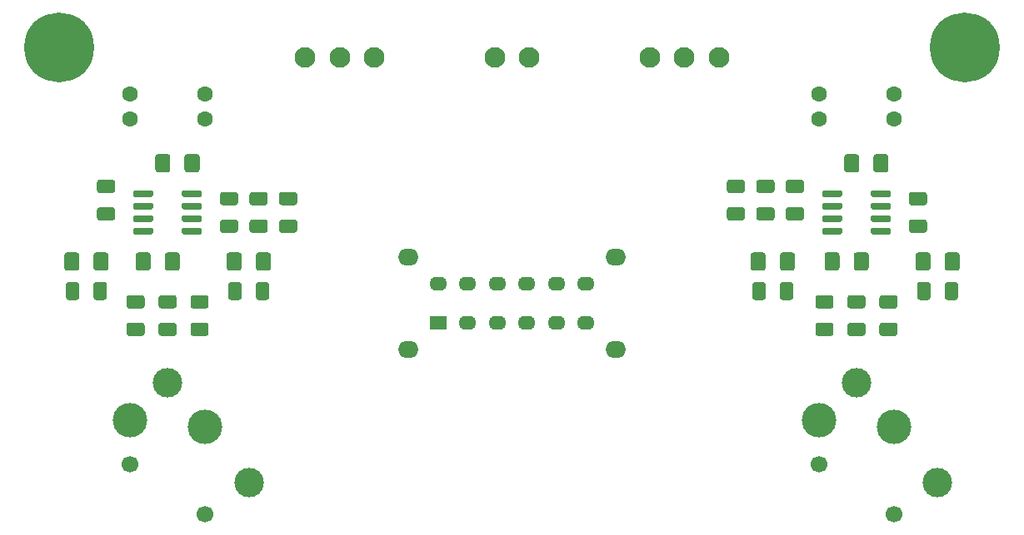
<source format=gbr>
%TF.GenerationSoftware,KiCad,Pcbnew,(5.1.6-0)*%
%TF.CreationDate,2024-01-20T12:42:55-08:00*%
%TF.ProjectId,input_buffer_bal_XLR_SMD_1206,696e7075-745f-4627-9566-6665725f6261,rev?*%
%TF.SameCoordinates,Original*%
%TF.FileFunction,Soldermask,Top*%
%TF.FilePolarity,Negative*%
%FSLAX46Y46*%
G04 Gerber Fmt 4.6, Leading zero omitted, Abs format (unit mm)*
G04 Created by KiCad (PCBNEW (5.1.6-0)) date 2024-01-20 12:42:55*
%MOMM*%
%LPD*%
G01*
G04 APERTURE LIST*
%ADD10O,1.800000X1.400000*%
%ADD11O,2.100000X1.700000*%
%ADD12R,1.800000X1.400000*%
%ADD13C,1.600000*%
%ADD14C,2.100000*%
%ADD15C,3.000000*%
%ADD16C,1.700000*%
%ADD17C,3.500000*%
%ADD18C,0.900000*%
%ADD19C,7.100000*%
G04 APERTURE END LIST*
D10*
%TO.C,SW1*%
X132500000Y-132000000D03*
X129500000Y-132000000D03*
X126500000Y-132000000D03*
X123500000Y-132000000D03*
X120500000Y-132000000D03*
X132500000Y-128000000D03*
X129500000Y-128000000D03*
X126500000Y-128000000D03*
X123500000Y-128000000D03*
X120500000Y-128000000D03*
D11*
X114500000Y-134700000D03*
X135500000Y-134700000D03*
X135500000Y-125300000D03*
X114500000Y-125300000D03*
D10*
X117500000Y-128000000D03*
D12*
X117500000Y-132000000D03*
%TD*%
D13*
%TO.C,SW3*%
X156190000Y-111270000D03*
X156190000Y-108730000D03*
X163810000Y-111270000D03*
X163810000Y-108730000D03*
%TD*%
%TO.C,SW2*%
X93810000Y-108730000D03*
X93810000Y-111270000D03*
X86190000Y-108730000D03*
X86190000Y-111270000D03*
%TD*%
%TO.C,R18*%
G36*
G01*
X148405000Y-118775000D02*
X147095000Y-118775000D01*
G75*
G02*
X146825000Y-118505000I0J270000D01*
G01*
X146825000Y-117695000D01*
G75*
G02*
X147095000Y-117425000I270000J0D01*
G01*
X148405000Y-117425000D01*
G75*
G02*
X148675000Y-117695000I0J-270000D01*
G01*
X148675000Y-118505000D01*
G75*
G02*
X148405000Y-118775000I-270000J0D01*
G01*
G37*
G36*
G01*
X148405000Y-121575000D02*
X147095000Y-121575000D01*
G75*
G02*
X146825000Y-121305000I0J270000D01*
G01*
X146825000Y-120495000D01*
G75*
G02*
X147095000Y-120225000I270000J0D01*
G01*
X148405000Y-120225000D01*
G75*
G02*
X148675000Y-120495000I0J-270000D01*
G01*
X148675000Y-121305000D01*
G75*
G02*
X148405000Y-121575000I-270000J0D01*
G01*
G37*
%TD*%
%TO.C,R17*%
G36*
G01*
X151405000Y-118775000D02*
X150095000Y-118775000D01*
G75*
G02*
X149825000Y-118505000I0J270000D01*
G01*
X149825000Y-117695000D01*
G75*
G02*
X150095000Y-117425000I270000J0D01*
G01*
X151405000Y-117425000D01*
G75*
G02*
X151675000Y-117695000I0J-270000D01*
G01*
X151675000Y-118505000D01*
G75*
G02*
X151405000Y-118775000I-270000J0D01*
G01*
G37*
G36*
G01*
X151405000Y-121575000D02*
X150095000Y-121575000D01*
G75*
G02*
X149825000Y-121305000I0J270000D01*
G01*
X149825000Y-120495000D01*
G75*
G02*
X150095000Y-120225000I270000J0D01*
G01*
X151405000Y-120225000D01*
G75*
G02*
X151675000Y-120495000I0J-270000D01*
G01*
X151675000Y-121305000D01*
G75*
G02*
X151405000Y-121575000I-270000J0D01*
G01*
G37*
%TD*%
%TO.C,R16*%
G36*
G01*
X99905000Y-120025000D02*
X98595000Y-120025000D01*
G75*
G02*
X98325000Y-119755000I0J270000D01*
G01*
X98325000Y-118945000D01*
G75*
G02*
X98595000Y-118675000I270000J0D01*
G01*
X99905000Y-118675000D01*
G75*
G02*
X100175000Y-118945000I0J-270000D01*
G01*
X100175000Y-119755000D01*
G75*
G02*
X99905000Y-120025000I-270000J0D01*
G01*
G37*
G36*
G01*
X99905000Y-122825000D02*
X98595000Y-122825000D01*
G75*
G02*
X98325000Y-122555000I0J270000D01*
G01*
X98325000Y-121745000D01*
G75*
G02*
X98595000Y-121475000I270000J0D01*
G01*
X99905000Y-121475000D01*
G75*
G02*
X100175000Y-121745000I0J-270000D01*
G01*
X100175000Y-122555000D01*
G75*
G02*
X99905000Y-122825000I-270000J0D01*
G01*
G37*
%TD*%
%TO.C,R15*%
G36*
G01*
X102905000Y-120025000D02*
X101595000Y-120025000D01*
G75*
G02*
X101325000Y-119755000I0J270000D01*
G01*
X101325000Y-118945000D01*
G75*
G02*
X101595000Y-118675000I270000J0D01*
G01*
X102905000Y-118675000D01*
G75*
G02*
X103175000Y-118945000I0J-270000D01*
G01*
X103175000Y-119755000D01*
G75*
G02*
X102905000Y-120025000I-270000J0D01*
G01*
G37*
G36*
G01*
X102905000Y-122825000D02*
X101595000Y-122825000D01*
G75*
G02*
X101325000Y-122555000I0J270000D01*
G01*
X101325000Y-121745000D01*
G75*
G02*
X101595000Y-121475000I270000J0D01*
G01*
X102905000Y-121475000D01*
G75*
G02*
X103175000Y-121745000I0J-270000D01*
G01*
X103175000Y-122555000D01*
G75*
G02*
X102905000Y-122825000I-270000J0D01*
G01*
G37*
%TD*%
D14*
%TO.C,J6*%
X139000000Y-105000000D03*
X142500000Y-105000000D03*
X146000000Y-105000000D03*
%TD*%
%TO.C,U2*%
G36*
G01*
X161450000Y-119020000D02*
X161450000Y-118670000D01*
G75*
G02*
X161625000Y-118495000I175000J0D01*
G01*
X163325000Y-118495000D01*
G75*
G02*
X163500000Y-118670000I0J-175000D01*
G01*
X163500000Y-119020000D01*
G75*
G02*
X163325000Y-119195000I-175000J0D01*
G01*
X161625000Y-119195000D01*
G75*
G02*
X161450000Y-119020000I0J175000D01*
G01*
G37*
G36*
G01*
X161450000Y-120290000D02*
X161450000Y-119940000D01*
G75*
G02*
X161625000Y-119765000I175000J0D01*
G01*
X163325000Y-119765000D01*
G75*
G02*
X163500000Y-119940000I0J-175000D01*
G01*
X163500000Y-120290000D01*
G75*
G02*
X163325000Y-120465000I-175000J0D01*
G01*
X161625000Y-120465000D01*
G75*
G02*
X161450000Y-120290000I0J175000D01*
G01*
G37*
G36*
G01*
X161450000Y-121560000D02*
X161450000Y-121210000D01*
G75*
G02*
X161625000Y-121035000I175000J0D01*
G01*
X163325000Y-121035000D01*
G75*
G02*
X163500000Y-121210000I0J-175000D01*
G01*
X163500000Y-121560000D01*
G75*
G02*
X163325000Y-121735000I-175000J0D01*
G01*
X161625000Y-121735000D01*
G75*
G02*
X161450000Y-121560000I0J175000D01*
G01*
G37*
G36*
G01*
X161450000Y-122830000D02*
X161450000Y-122480000D01*
G75*
G02*
X161625000Y-122305000I175000J0D01*
G01*
X163325000Y-122305000D01*
G75*
G02*
X163500000Y-122480000I0J-175000D01*
G01*
X163500000Y-122830000D01*
G75*
G02*
X163325000Y-123005000I-175000J0D01*
G01*
X161625000Y-123005000D01*
G75*
G02*
X161450000Y-122830000I0J175000D01*
G01*
G37*
G36*
G01*
X156500000Y-122830000D02*
X156500000Y-122480000D01*
G75*
G02*
X156675000Y-122305000I175000J0D01*
G01*
X158375000Y-122305000D01*
G75*
G02*
X158550000Y-122480000I0J-175000D01*
G01*
X158550000Y-122830000D01*
G75*
G02*
X158375000Y-123005000I-175000J0D01*
G01*
X156675000Y-123005000D01*
G75*
G02*
X156500000Y-122830000I0J175000D01*
G01*
G37*
G36*
G01*
X156500000Y-121560000D02*
X156500000Y-121210000D01*
G75*
G02*
X156675000Y-121035000I175000J0D01*
G01*
X158375000Y-121035000D01*
G75*
G02*
X158550000Y-121210000I0J-175000D01*
G01*
X158550000Y-121560000D01*
G75*
G02*
X158375000Y-121735000I-175000J0D01*
G01*
X156675000Y-121735000D01*
G75*
G02*
X156500000Y-121560000I0J175000D01*
G01*
G37*
G36*
G01*
X156500000Y-120290000D02*
X156500000Y-119940000D01*
G75*
G02*
X156675000Y-119765000I175000J0D01*
G01*
X158375000Y-119765000D01*
G75*
G02*
X158550000Y-119940000I0J-175000D01*
G01*
X158550000Y-120290000D01*
G75*
G02*
X158375000Y-120465000I-175000J0D01*
G01*
X156675000Y-120465000D01*
G75*
G02*
X156500000Y-120290000I0J175000D01*
G01*
G37*
G36*
G01*
X156500000Y-119020000D02*
X156500000Y-118670000D01*
G75*
G02*
X156675000Y-118495000I175000J0D01*
G01*
X158375000Y-118495000D01*
G75*
G02*
X158550000Y-118670000I0J-175000D01*
G01*
X158550000Y-119020000D01*
G75*
G02*
X158375000Y-119195000I-175000J0D01*
G01*
X156675000Y-119195000D01*
G75*
G02*
X156500000Y-119020000I0J175000D01*
G01*
G37*
%TD*%
%TO.C,R14*%
G36*
G01*
X153095000Y-120225000D02*
X154405000Y-120225000D01*
G75*
G02*
X154675000Y-120495000I0J-270000D01*
G01*
X154675000Y-121305000D01*
G75*
G02*
X154405000Y-121575000I-270000J0D01*
G01*
X153095000Y-121575000D01*
G75*
G02*
X152825000Y-121305000I0J270000D01*
G01*
X152825000Y-120495000D01*
G75*
G02*
X153095000Y-120225000I270000J0D01*
G01*
G37*
G36*
G01*
X153095000Y-117425000D02*
X154405000Y-117425000D01*
G75*
G02*
X154675000Y-117695000I0J-270000D01*
G01*
X154675000Y-118505000D01*
G75*
G02*
X154405000Y-118775000I-270000J0D01*
G01*
X153095000Y-118775000D01*
G75*
G02*
X152825000Y-118505000I0J270000D01*
G01*
X152825000Y-117695000D01*
G75*
G02*
X153095000Y-117425000I270000J0D01*
G01*
G37*
%TD*%
%TO.C,R13*%
G36*
G01*
X165595000Y-121475000D02*
X166905000Y-121475000D01*
G75*
G02*
X167175000Y-121745000I0J-270000D01*
G01*
X167175000Y-122555000D01*
G75*
G02*
X166905000Y-122825000I-270000J0D01*
G01*
X165595000Y-122825000D01*
G75*
G02*
X165325000Y-122555000I0J270000D01*
G01*
X165325000Y-121745000D01*
G75*
G02*
X165595000Y-121475000I270000J0D01*
G01*
G37*
G36*
G01*
X165595000Y-118675000D02*
X166905000Y-118675000D01*
G75*
G02*
X167175000Y-118945000I0J-270000D01*
G01*
X167175000Y-119755000D01*
G75*
G02*
X166905000Y-120025000I-270000J0D01*
G01*
X165595000Y-120025000D01*
G75*
G02*
X165325000Y-119755000I0J270000D01*
G01*
X165325000Y-118945000D01*
G75*
G02*
X165595000Y-118675000I270000J0D01*
G01*
G37*
%TD*%
%TO.C,R12*%
G36*
G01*
X95595000Y-121475000D02*
X96905000Y-121475000D01*
G75*
G02*
X97175000Y-121745000I0J-270000D01*
G01*
X97175000Y-122555000D01*
G75*
G02*
X96905000Y-122825000I-270000J0D01*
G01*
X95595000Y-122825000D01*
G75*
G02*
X95325000Y-122555000I0J270000D01*
G01*
X95325000Y-121745000D01*
G75*
G02*
X95595000Y-121475000I270000J0D01*
G01*
G37*
G36*
G01*
X95595000Y-118675000D02*
X96905000Y-118675000D01*
G75*
G02*
X97175000Y-118945000I0J-270000D01*
G01*
X97175000Y-119755000D01*
G75*
G02*
X96905000Y-120025000I-270000J0D01*
G01*
X95595000Y-120025000D01*
G75*
G02*
X95325000Y-119755000I0J270000D01*
G01*
X95325000Y-118945000D01*
G75*
G02*
X95595000Y-118675000I270000J0D01*
G01*
G37*
%TD*%
%TO.C,R11*%
G36*
G01*
X83095000Y-120225000D02*
X84405000Y-120225000D01*
G75*
G02*
X84675000Y-120495000I0J-270000D01*
G01*
X84675000Y-121305000D01*
G75*
G02*
X84405000Y-121575000I-270000J0D01*
G01*
X83095000Y-121575000D01*
G75*
G02*
X82825000Y-121305000I0J270000D01*
G01*
X82825000Y-120495000D01*
G75*
G02*
X83095000Y-120225000I270000J0D01*
G01*
G37*
G36*
G01*
X83095000Y-117425000D02*
X84405000Y-117425000D01*
G75*
G02*
X84675000Y-117695000I0J-270000D01*
G01*
X84675000Y-118505000D01*
G75*
G02*
X84405000Y-118775000I-270000J0D01*
G01*
X83095000Y-118775000D01*
G75*
G02*
X82825000Y-118505000I0J270000D01*
G01*
X82825000Y-117695000D01*
G75*
G02*
X83095000Y-117425000I270000J0D01*
G01*
G37*
%TD*%
%TO.C,R10*%
G36*
G01*
X157405000Y-130525000D02*
X156095000Y-130525000D01*
G75*
G02*
X155825000Y-130255000I0J270000D01*
G01*
X155825000Y-129445000D01*
G75*
G02*
X156095000Y-129175000I270000J0D01*
G01*
X157405000Y-129175000D01*
G75*
G02*
X157675000Y-129445000I0J-270000D01*
G01*
X157675000Y-130255000D01*
G75*
G02*
X157405000Y-130525000I-270000J0D01*
G01*
G37*
G36*
G01*
X157405000Y-133325000D02*
X156095000Y-133325000D01*
G75*
G02*
X155825000Y-133055000I0J270000D01*
G01*
X155825000Y-132245000D01*
G75*
G02*
X156095000Y-131975000I270000J0D01*
G01*
X157405000Y-131975000D01*
G75*
G02*
X157675000Y-132245000I0J-270000D01*
G01*
X157675000Y-133055000D01*
G75*
G02*
X157405000Y-133325000I-270000J0D01*
G01*
G37*
%TD*%
%TO.C,R9*%
G36*
G01*
X162595000Y-131975000D02*
X163905000Y-131975000D01*
G75*
G02*
X164175000Y-132245000I0J-270000D01*
G01*
X164175000Y-133055000D01*
G75*
G02*
X163905000Y-133325000I-270000J0D01*
G01*
X162595000Y-133325000D01*
G75*
G02*
X162325000Y-133055000I0J270000D01*
G01*
X162325000Y-132245000D01*
G75*
G02*
X162595000Y-131975000I270000J0D01*
G01*
G37*
G36*
G01*
X162595000Y-129175000D02*
X163905000Y-129175000D01*
G75*
G02*
X164175000Y-129445000I0J-270000D01*
G01*
X164175000Y-130255000D01*
G75*
G02*
X163905000Y-130525000I-270000J0D01*
G01*
X162595000Y-130525000D01*
G75*
G02*
X162325000Y-130255000I0J270000D01*
G01*
X162325000Y-129445000D01*
G75*
G02*
X162595000Y-129175000I270000J0D01*
G01*
G37*
%TD*%
%TO.C,R6*%
G36*
G01*
X160655000Y-130525000D02*
X159345000Y-130525000D01*
G75*
G02*
X159075000Y-130255000I0J270000D01*
G01*
X159075000Y-129445000D01*
G75*
G02*
X159345000Y-129175000I270000J0D01*
G01*
X160655000Y-129175000D01*
G75*
G02*
X160925000Y-129445000I0J-270000D01*
G01*
X160925000Y-130255000D01*
G75*
G02*
X160655000Y-130525000I-270000J0D01*
G01*
G37*
G36*
G01*
X160655000Y-133325000D02*
X159345000Y-133325000D01*
G75*
G02*
X159075000Y-133055000I0J270000D01*
G01*
X159075000Y-132245000D01*
G75*
G02*
X159345000Y-131975000I270000J0D01*
G01*
X160655000Y-131975000D01*
G75*
G02*
X160925000Y-132245000I0J-270000D01*
G01*
X160925000Y-133055000D01*
G75*
G02*
X160655000Y-133325000I-270000J0D01*
G01*
G37*
%TD*%
%TO.C,R4*%
G36*
G01*
X150775000Y-128095000D02*
X150775000Y-129405000D01*
G75*
G02*
X150505000Y-129675000I-270000J0D01*
G01*
X149695000Y-129675000D01*
G75*
G02*
X149425000Y-129405000I0J270000D01*
G01*
X149425000Y-128095000D01*
G75*
G02*
X149695000Y-127825000I270000J0D01*
G01*
X150505000Y-127825000D01*
G75*
G02*
X150775000Y-128095000I0J-270000D01*
G01*
G37*
G36*
G01*
X153575000Y-128095000D02*
X153575000Y-129405000D01*
G75*
G02*
X153305000Y-129675000I-270000J0D01*
G01*
X152495000Y-129675000D01*
G75*
G02*
X152225000Y-129405000I0J270000D01*
G01*
X152225000Y-128095000D01*
G75*
G02*
X152495000Y-127825000I270000J0D01*
G01*
X153305000Y-127825000D01*
G75*
G02*
X153575000Y-128095000I0J-270000D01*
G01*
G37*
%TD*%
%TO.C,R3*%
G36*
G01*
X168975000Y-129405000D02*
X168975000Y-128095000D01*
G75*
G02*
X169245000Y-127825000I270000J0D01*
G01*
X170055000Y-127825000D01*
G75*
G02*
X170325000Y-128095000I0J-270000D01*
G01*
X170325000Y-129405000D01*
G75*
G02*
X170055000Y-129675000I-270000J0D01*
G01*
X169245000Y-129675000D01*
G75*
G02*
X168975000Y-129405000I0J270000D01*
G01*
G37*
G36*
G01*
X166175000Y-129405000D02*
X166175000Y-128095000D01*
G75*
G02*
X166445000Y-127825000I270000J0D01*
G01*
X167255000Y-127825000D01*
G75*
G02*
X167525000Y-128095000I0J-270000D01*
G01*
X167525000Y-129405000D01*
G75*
G02*
X167255000Y-129675000I-270000J0D01*
G01*
X166445000Y-129675000D01*
G75*
G02*
X166175000Y-129405000I0J270000D01*
G01*
G37*
%TD*%
%TO.C,J5*%
X104000000Y-105000000D03*
X107500000Y-105000000D03*
X111000000Y-105000000D03*
%TD*%
D15*
%TO.C,J3*%
X168250000Y-148260000D03*
D16*
X156190000Y-146350000D03*
X163810000Y-151430000D03*
D15*
X160000000Y-138090000D03*
D17*
X156190000Y-141905000D03*
X163810000Y-142540000D03*
%TD*%
%TO.C,C8*%
G36*
G01*
X152225000Y-126407456D02*
X152225000Y-125092544D01*
G75*
G02*
X152492544Y-124825000I267544J0D01*
G01*
X153482456Y-124825000D01*
G75*
G02*
X153750000Y-125092544I0J-267544D01*
G01*
X153750000Y-126407456D01*
G75*
G02*
X153482456Y-126675000I-267544J0D01*
G01*
X152492544Y-126675000D01*
G75*
G02*
X152225000Y-126407456I0J267544D01*
G01*
G37*
G36*
G01*
X149250000Y-126407456D02*
X149250000Y-125092544D01*
G75*
G02*
X149517544Y-124825000I267544J0D01*
G01*
X150507456Y-124825000D01*
G75*
G02*
X150775000Y-125092544I0J-267544D01*
G01*
X150775000Y-126407456D01*
G75*
G02*
X150507456Y-126675000I-267544J0D01*
G01*
X149517544Y-126675000D01*
G75*
G02*
X149250000Y-126407456I0J267544D01*
G01*
G37*
%TD*%
%TO.C,C7*%
G36*
G01*
X168975000Y-126407456D02*
X168975000Y-125092544D01*
G75*
G02*
X169242544Y-124825000I267544J0D01*
G01*
X170232456Y-124825000D01*
G75*
G02*
X170500000Y-125092544I0J-267544D01*
G01*
X170500000Y-126407456D01*
G75*
G02*
X170232456Y-126675000I-267544J0D01*
G01*
X169242544Y-126675000D01*
G75*
G02*
X168975000Y-126407456I0J267544D01*
G01*
G37*
G36*
G01*
X166000000Y-126407456D02*
X166000000Y-125092544D01*
G75*
G02*
X166267544Y-124825000I267544J0D01*
G01*
X167257456Y-124825000D01*
G75*
G02*
X167525000Y-125092544I0J-267544D01*
G01*
X167525000Y-126407456D01*
G75*
G02*
X167257456Y-126675000I-267544J0D01*
G01*
X166267544Y-126675000D01*
G75*
G02*
X166000000Y-126407456I0J267544D01*
G01*
G37*
%TD*%
D14*
%TO.C,J1*%
X123250000Y-105000000D03*
X126750000Y-105000000D03*
%TD*%
%TO.C,C6*%
G36*
G01*
X97525000Y-125092544D02*
X97525000Y-126407456D01*
G75*
G02*
X97257456Y-126675000I-267544J0D01*
G01*
X96267544Y-126675000D01*
G75*
G02*
X96000000Y-126407456I0J267544D01*
G01*
X96000000Y-125092544D01*
G75*
G02*
X96267544Y-124825000I267544J0D01*
G01*
X97257456Y-124825000D01*
G75*
G02*
X97525000Y-125092544I0J-267544D01*
G01*
G37*
G36*
G01*
X100500000Y-125092544D02*
X100500000Y-126407456D01*
G75*
G02*
X100232456Y-126675000I-267544J0D01*
G01*
X99242544Y-126675000D01*
G75*
G02*
X98975000Y-126407456I0J267544D01*
G01*
X98975000Y-125092544D01*
G75*
G02*
X99242544Y-124825000I267544J0D01*
G01*
X100232456Y-124825000D01*
G75*
G02*
X100500000Y-125092544I0J-267544D01*
G01*
G37*
%TD*%
%TO.C,C5*%
G36*
G01*
X81025000Y-125092544D02*
X81025000Y-126407456D01*
G75*
G02*
X80757456Y-126675000I-267544J0D01*
G01*
X79767544Y-126675000D01*
G75*
G02*
X79500000Y-126407456I0J267544D01*
G01*
X79500000Y-125092544D01*
G75*
G02*
X79767544Y-124825000I267544J0D01*
G01*
X80757456Y-124825000D01*
G75*
G02*
X81025000Y-125092544I0J-267544D01*
G01*
G37*
G36*
G01*
X84000000Y-125092544D02*
X84000000Y-126407456D01*
G75*
G02*
X83732456Y-126675000I-267544J0D01*
G01*
X82742544Y-126675000D01*
G75*
G02*
X82475000Y-126407456I0J267544D01*
G01*
X82475000Y-125092544D01*
G75*
G02*
X82742544Y-124825000I267544J0D01*
G01*
X83732456Y-124825000D01*
G75*
G02*
X84000000Y-125092544I0J-267544D01*
G01*
G37*
%TD*%
%TO.C,C4*%
G36*
G01*
X158275000Y-125092544D02*
X158275000Y-126407456D01*
G75*
G02*
X158007456Y-126675000I-267544J0D01*
G01*
X157017544Y-126675000D01*
G75*
G02*
X156750000Y-126407456I0J267544D01*
G01*
X156750000Y-125092544D01*
G75*
G02*
X157017544Y-124825000I267544J0D01*
G01*
X158007456Y-124825000D01*
G75*
G02*
X158275000Y-125092544I0J-267544D01*
G01*
G37*
G36*
G01*
X161250000Y-125092544D02*
X161250000Y-126407456D01*
G75*
G02*
X160982456Y-126675000I-267544J0D01*
G01*
X159992544Y-126675000D01*
G75*
G02*
X159725000Y-126407456I0J267544D01*
G01*
X159725000Y-125092544D01*
G75*
G02*
X159992544Y-124825000I267544J0D01*
G01*
X160982456Y-124825000D01*
G75*
G02*
X161250000Y-125092544I0J-267544D01*
G01*
G37*
%TD*%
%TO.C,C3*%
G36*
G01*
X88275000Y-125092544D02*
X88275000Y-126407456D01*
G75*
G02*
X88007456Y-126675000I-267544J0D01*
G01*
X87017544Y-126675000D01*
G75*
G02*
X86750000Y-126407456I0J267544D01*
G01*
X86750000Y-125092544D01*
G75*
G02*
X87017544Y-124825000I267544J0D01*
G01*
X88007456Y-124825000D01*
G75*
G02*
X88275000Y-125092544I0J-267544D01*
G01*
G37*
G36*
G01*
X91250000Y-125092544D02*
X91250000Y-126407456D01*
G75*
G02*
X90982456Y-126675000I-267544J0D01*
G01*
X89992544Y-126675000D01*
G75*
G02*
X89725000Y-126407456I0J267544D01*
G01*
X89725000Y-125092544D01*
G75*
G02*
X89992544Y-124825000I267544J0D01*
G01*
X90982456Y-124825000D01*
G75*
G02*
X91250000Y-125092544I0J-267544D01*
G01*
G37*
%TD*%
%TO.C,C2*%
G36*
G01*
X160275000Y-115092544D02*
X160275000Y-116407456D01*
G75*
G02*
X160007456Y-116675000I-267544J0D01*
G01*
X159017544Y-116675000D01*
G75*
G02*
X158750000Y-116407456I0J267544D01*
G01*
X158750000Y-115092544D01*
G75*
G02*
X159017544Y-114825000I267544J0D01*
G01*
X160007456Y-114825000D01*
G75*
G02*
X160275000Y-115092544I0J-267544D01*
G01*
G37*
G36*
G01*
X163250000Y-115092544D02*
X163250000Y-116407456D01*
G75*
G02*
X162982456Y-116675000I-267544J0D01*
G01*
X161992544Y-116675000D01*
G75*
G02*
X161725000Y-116407456I0J267544D01*
G01*
X161725000Y-115092544D01*
G75*
G02*
X161992544Y-114825000I267544J0D01*
G01*
X162982456Y-114825000D01*
G75*
G02*
X163250000Y-115092544I0J-267544D01*
G01*
G37*
%TD*%
%TO.C,C1*%
G36*
G01*
X90275000Y-115092544D02*
X90275000Y-116407456D01*
G75*
G02*
X90007456Y-116675000I-267544J0D01*
G01*
X89017544Y-116675000D01*
G75*
G02*
X88750000Y-116407456I0J267544D01*
G01*
X88750000Y-115092544D01*
G75*
G02*
X89017544Y-114825000I267544J0D01*
G01*
X90007456Y-114825000D01*
G75*
G02*
X90275000Y-115092544I0J-267544D01*
G01*
G37*
G36*
G01*
X93250000Y-115092544D02*
X93250000Y-116407456D01*
G75*
G02*
X92982456Y-116675000I-267544J0D01*
G01*
X91992544Y-116675000D01*
G75*
G02*
X91725000Y-116407456I0J267544D01*
G01*
X91725000Y-115092544D01*
G75*
G02*
X91992544Y-114825000I267544J0D01*
G01*
X92982456Y-114825000D01*
G75*
G02*
X93250000Y-115092544I0J-267544D01*
G01*
G37*
%TD*%
%TO.C,U1*%
G36*
G01*
X91450000Y-119020000D02*
X91450000Y-118670000D01*
G75*
G02*
X91625000Y-118495000I175000J0D01*
G01*
X93325000Y-118495000D01*
G75*
G02*
X93500000Y-118670000I0J-175000D01*
G01*
X93500000Y-119020000D01*
G75*
G02*
X93325000Y-119195000I-175000J0D01*
G01*
X91625000Y-119195000D01*
G75*
G02*
X91450000Y-119020000I0J175000D01*
G01*
G37*
G36*
G01*
X91450000Y-120290000D02*
X91450000Y-119940000D01*
G75*
G02*
X91625000Y-119765000I175000J0D01*
G01*
X93325000Y-119765000D01*
G75*
G02*
X93500000Y-119940000I0J-175000D01*
G01*
X93500000Y-120290000D01*
G75*
G02*
X93325000Y-120465000I-175000J0D01*
G01*
X91625000Y-120465000D01*
G75*
G02*
X91450000Y-120290000I0J175000D01*
G01*
G37*
G36*
G01*
X91450000Y-121560000D02*
X91450000Y-121210000D01*
G75*
G02*
X91625000Y-121035000I175000J0D01*
G01*
X93325000Y-121035000D01*
G75*
G02*
X93500000Y-121210000I0J-175000D01*
G01*
X93500000Y-121560000D01*
G75*
G02*
X93325000Y-121735000I-175000J0D01*
G01*
X91625000Y-121735000D01*
G75*
G02*
X91450000Y-121560000I0J175000D01*
G01*
G37*
G36*
G01*
X91450000Y-122830000D02*
X91450000Y-122480000D01*
G75*
G02*
X91625000Y-122305000I175000J0D01*
G01*
X93325000Y-122305000D01*
G75*
G02*
X93500000Y-122480000I0J-175000D01*
G01*
X93500000Y-122830000D01*
G75*
G02*
X93325000Y-123005000I-175000J0D01*
G01*
X91625000Y-123005000D01*
G75*
G02*
X91450000Y-122830000I0J175000D01*
G01*
G37*
G36*
G01*
X86500000Y-122830000D02*
X86500000Y-122480000D01*
G75*
G02*
X86675000Y-122305000I175000J0D01*
G01*
X88375000Y-122305000D01*
G75*
G02*
X88550000Y-122480000I0J-175000D01*
G01*
X88550000Y-122830000D01*
G75*
G02*
X88375000Y-123005000I-175000J0D01*
G01*
X86675000Y-123005000D01*
G75*
G02*
X86500000Y-122830000I0J175000D01*
G01*
G37*
G36*
G01*
X86500000Y-121560000D02*
X86500000Y-121210000D01*
G75*
G02*
X86675000Y-121035000I175000J0D01*
G01*
X88375000Y-121035000D01*
G75*
G02*
X88550000Y-121210000I0J-175000D01*
G01*
X88550000Y-121560000D01*
G75*
G02*
X88375000Y-121735000I-175000J0D01*
G01*
X86675000Y-121735000D01*
G75*
G02*
X86500000Y-121560000I0J175000D01*
G01*
G37*
G36*
G01*
X86500000Y-120290000D02*
X86500000Y-119940000D01*
G75*
G02*
X86675000Y-119765000I175000J0D01*
G01*
X88375000Y-119765000D01*
G75*
G02*
X88550000Y-119940000I0J-175000D01*
G01*
X88550000Y-120290000D01*
G75*
G02*
X88375000Y-120465000I-175000J0D01*
G01*
X86675000Y-120465000D01*
G75*
G02*
X86500000Y-120290000I0J175000D01*
G01*
G37*
G36*
G01*
X86500000Y-119020000D02*
X86500000Y-118670000D01*
G75*
G02*
X86675000Y-118495000I175000J0D01*
G01*
X88375000Y-118495000D01*
G75*
G02*
X88550000Y-118670000I0J-175000D01*
G01*
X88550000Y-119020000D01*
G75*
G02*
X88375000Y-119195000I-175000J0D01*
G01*
X86675000Y-119195000D01*
G75*
G02*
X86500000Y-119020000I0J175000D01*
G01*
G37*
%TD*%
%TO.C,R8*%
G36*
G01*
X93905000Y-130525000D02*
X92595000Y-130525000D01*
G75*
G02*
X92325000Y-130255000I0J270000D01*
G01*
X92325000Y-129445000D01*
G75*
G02*
X92595000Y-129175000I270000J0D01*
G01*
X93905000Y-129175000D01*
G75*
G02*
X94175000Y-129445000I0J-270000D01*
G01*
X94175000Y-130255000D01*
G75*
G02*
X93905000Y-130525000I-270000J0D01*
G01*
G37*
G36*
G01*
X93905000Y-133325000D02*
X92595000Y-133325000D01*
G75*
G02*
X92325000Y-133055000I0J270000D01*
G01*
X92325000Y-132245000D01*
G75*
G02*
X92595000Y-131975000I270000J0D01*
G01*
X93905000Y-131975000D01*
G75*
G02*
X94175000Y-132245000I0J-270000D01*
G01*
X94175000Y-133055000D01*
G75*
G02*
X93905000Y-133325000I-270000J0D01*
G01*
G37*
%TD*%
%TO.C,R7*%
G36*
G01*
X86095000Y-131975000D02*
X87405000Y-131975000D01*
G75*
G02*
X87675000Y-132245000I0J-270000D01*
G01*
X87675000Y-133055000D01*
G75*
G02*
X87405000Y-133325000I-270000J0D01*
G01*
X86095000Y-133325000D01*
G75*
G02*
X85825000Y-133055000I0J270000D01*
G01*
X85825000Y-132245000D01*
G75*
G02*
X86095000Y-131975000I270000J0D01*
G01*
G37*
G36*
G01*
X86095000Y-129175000D02*
X87405000Y-129175000D01*
G75*
G02*
X87675000Y-129445000I0J-270000D01*
G01*
X87675000Y-130255000D01*
G75*
G02*
X87405000Y-130525000I-270000J0D01*
G01*
X86095000Y-130525000D01*
G75*
G02*
X85825000Y-130255000I0J270000D01*
G01*
X85825000Y-129445000D01*
G75*
G02*
X86095000Y-129175000I270000J0D01*
G01*
G37*
%TD*%
%TO.C,R5*%
G36*
G01*
X90655000Y-130525000D02*
X89345000Y-130525000D01*
G75*
G02*
X89075000Y-130255000I0J270000D01*
G01*
X89075000Y-129445000D01*
G75*
G02*
X89345000Y-129175000I270000J0D01*
G01*
X90655000Y-129175000D01*
G75*
G02*
X90925000Y-129445000I0J-270000D01*
G01*
X90925000Y-130255000D01*
G75*
G02*
X90655000Y-130525000I-270000J0D01*
G01*
G37*
G36*
G01*
X90655000Y-133325000D02*
X89345000Y-133325000D01*
G75*
G02*
X89075000Y-133055000I0J270000D01*
G01*
X89075000Y-132245000D01*
G75*
G02*
X89345000Y-131975000I270000J0D01*
G01*
X90655000Y-131975000D01*
G75*
G02*
X90925000Y-132245000I0J-270000D01*
G01*
X90925000Y-133055000D01*
G75*
G02*
X90655000Y-133325000I-270000J0D01*
G01*
G37*
%TD*%
%TO.C,R2*%
G36*
G01*
X98975000Y-129405000D02*
X98975000Y-128095000D01*
G75*
G02*
X99245000Y-127825000I270000J0D01*
G01*
X100055000Y-127825000D01*
G75*
G02*
X100325000Y-128095000I0J-270000D01*
G01*
X100325000Y-129405000D01*
G75*
G02*
X100055000Y-129675000I-270000J0D01*
G01*
X99245000Y-129675000D01*
G75*
G02*
X98975000Y-129405000I0J270000D01*
G01*
G37*
G36*
G01*
X96175000Y-129405000D02*
X96175000Y-128095000D01*
G75*
G02*
X96445000Y-127825000I270000J0D01*
G01*
X97255000Y-127825000D01*
G75*
G02*
X97525000Y-128095000I0J-270000D01*
G01*
X97525000Y-129405000D01*
G75*
G02*
X97255000Y-129675000I-270000J0D01*
G01*
X96445000Y-129675000D01*
G75*
G02*
X96175000Y-129405000I0J270000D01*
G01*
G37*
%TD*%
%TO.C,R1*%
G36*
G01*
X81025000Y-128095000D02*
X81025000Y-129405000D01*
G75*
G02*
X80755000Y-129675000I-270000J0D01*
G01*
X79945000Y-129675000D01*
G75*
G02*
X79675000Y-129405000I0J270000D01*
G01*
X79675000Y-128095000D01*
G75*
G02*
X79945000Y-127825000I270000J0D01*
G01*
X80755000Y-127825000D01*
G75*
G02*
X81025000Y-128095000I0J-270000D01*
G01*
G37*
G36*
G01*
X83825000Y-128095000D02*
X83825000Y-129405000D01*
G75*
G02*
X83555000Y-129675000I-270000J0D01*
G01*
X82745000Y-129675000D01*
G75*
G02*
X82475000Y-129405000I0J270000D01*
G01*
X82475000Y-128095000D01*
G75*
G02*
X82745000Y-127825000I270000J0D01*
G01*
X83555000Y-127825000D01*
G75*
G02*
X83825000Y-128095000I0J-270000D01*
G01*
G37*
%TD*%
D18*
%TO.C,H2*%
X172856155Y-102143845D03*
X171000000Y-101375000D03*
X169143845Y-102143845D03*
X168375000Y-104000000D03*
X169143845Y-105856155D03*
X171000000Y-106625000D03*
X172856155Y-105856155D03*
X173625000Y-104000000D03*
D19*
X171000000Y-104000000D03*
%TD*%
D18*
%TO.C,H1*%
X80856155Y-102143845D03*
X79000000Y-101375000D03*
X77143845Y-102143845D03*
X76375000Y-104000000D03*
X77143845Y-105856155D03*
X79000000Y-106625000D03*
X80856155Y-105856155D03*
X81625000Y-104000000D03*
D19*
X79000000Y-104000000D03*
%TD*%
D15*
%TO.C,J2*%
X98250000Y-148260000D03*
D16*
X86190000Y-146350000D03*
X93810000Y-151430000D03*
D15*
X90000000Y-138090000D03*
D17*
X86190000Y-141905000D03*
X93810000Y-142540000D03*
%TD*%
M02*

</source>
